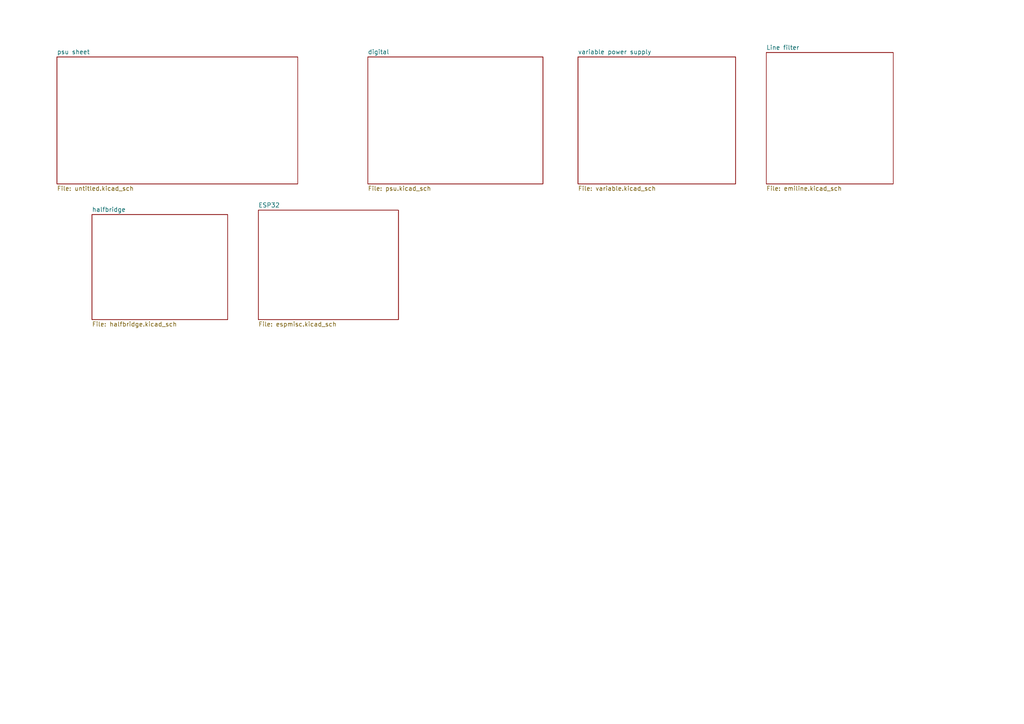
<source format=kicad_sch>
(kicad_sch (version 20230121) (generator eeschema)
  (paper "A4")
  (lib_symbols)
  (sheet (at 74.93 60.96) (size 40.64 31.75) (stroke (width 0.1524))
    (property "Sheetname" "ESP32" (at 74.93 60.2484 0) (effects (justify left bottom)))
    (property "Sheetfile" "espmisc.kicad_sch" (at 74.93 93.2946 0) (effects (justify left top)))
  )
  (sheet (at 167.64 16.51) (size 45.72 36.83) (stroke (width 0.1524))
    (property "Sheetname" "variable power supply" (at 167.64 15.7984 0) (effects (justify left bottom)))
    (property "Sheetfile" "variable.kicad_sch" (at 167.64 53.9246 0) (effects (justify left top)))
  )
  (sheet (at 106.68 16.51) (size 50.8 36.83) (stroke (width 0.1524))
    (property "Sheetname" "digital" (at 106.68 15.7984 0) (effects (justify left bottom)))
    (property "Sheetfile" "psu.kicad_sch" (at 106.68 53.9246 0) (effects (justify left top)))
  )
  (sheet (at 222.25 15.24) (size 36.83 38.1) (stroke (width 0.1524))
    (property "Sheetname" "Line filter" (at 222.25 14.5284 0) (effects (justify left bottom)))
    (property "Sheetfile" "emiline.kicad_sch" (at 222.25 53.9246 0) (effects (justify left top)))
  )
  (sheet (at 16.51 16.51) (size 69.85 36.83) (stroke (width 0.1524))
    (property "Sheetname" "psu sheet" (at 16.51 15.7984 0) (effects (justify left bottom)))
    (property "Sheetfile" "untitled.kicad_sch" (at 16.51 53.9246 0) (effects (justify left top)))
  )
  (sheet (at 26.67 62.23) (size 39.37 30.48) (stroke (width 0.1524))
    (property "Sheetname" "halfbridge" (at 26.67 61.5184 0) (effects (justify left bottom)))
    (property "Sheetfile" "halfbridge.kicad_sch" (at 26.67 93.2946 0) (effects (justify left top)))
  )
)
</source>
